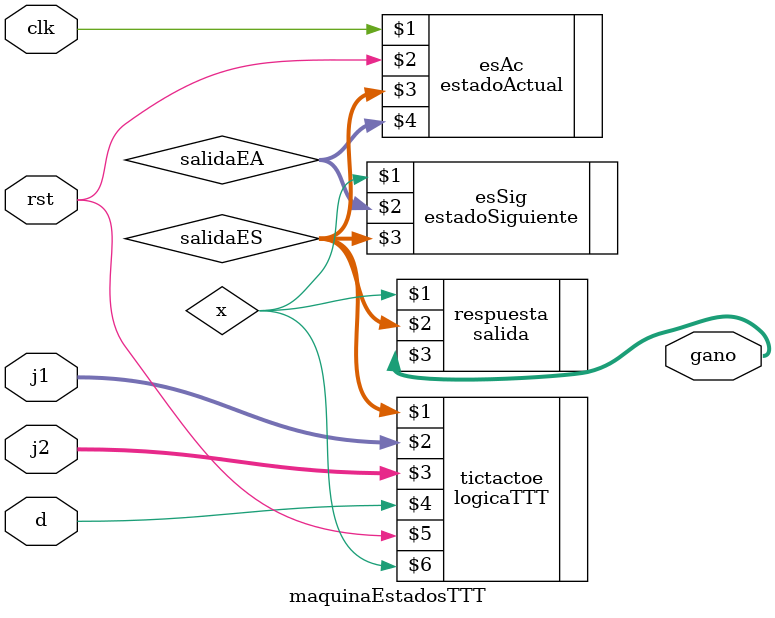
<source format=sv>
module maquinaEstadosTTT(input logic clk, rst, d, input logic [8:0] j1, j2, output logic [1:0] gano);

    logic [2:0] salidaES, salidaEA; //D, Q
    logic x;

    estadoActual #(3) esAc (clk, rst, salidaES, salidaEA);
    estadoSiguiente esSig (x, salidaEA, salidaES);
    salida respuesta (x, salidaES, gano);
    logicaTTT tictactoe (salidaES, j1, j2, d, rst, x);

endmodule 
</source>
